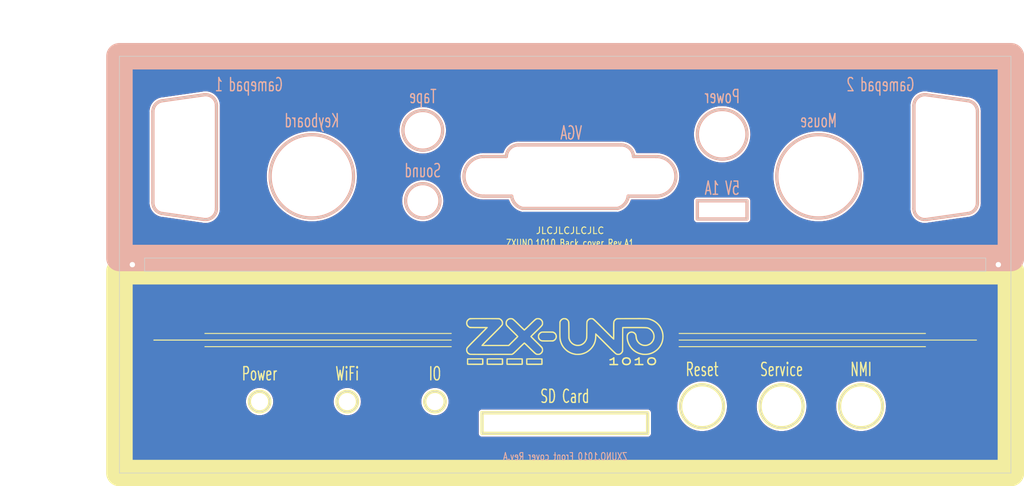
<source format=kicad_pcb>
(kicad_pcb (version 20210424) (generator pcbnew)
  (layers (0 "F.Cu" signal) (31 "B.Cu" signal) (34 "B.Paste" user) (35 "F.Paste" user) (36 "B.SilkS" user "B.Silkscreen") (37 "F.SilkS" user "F.Silkscreen") (38 "B.Mask" user) (39 "F.Mask" user) (44 "Edge.Cuts" user))
  (net 0 "")
  (net 1 "shield")
  (footprint "mygraphic:zxuno_30x7.5" (layer "F.Cu") (at 144.449207 104.6)
    (fp_text reference "G***" hide)
    (fp_text value "LOGO" hide)
  )
  (gr_arc (start 158.217828 79.65) (end 158.217828 82.65) (angle -180) (layer "B.SilkS") (width 0.5))
  (gr_circle (center 168.2 73.3) (end 171.95 73.3) (layer "B.SilkS") (width 0.5) (fill none))
  (gr_line (start 197.14969 84.529483) (end 197.14969 68.970509) (layer "B.SilkS") (width 0.5))
  (gr_arc (start 198.80969 84.529485) (end 197.14969 84.529483) (angle -100) (layer "B.SilkS") (width 0.5))
  (gr_line (start 132.217828 82.65) (end 136.417828 82.65) (layer "B.SilkS") (width 0.5))
  (gr_line (start 132.217828 76.65) (end 135.617828 76.65) (layer "B.SilkS") (width 0.5))
  (gr_line (start 154.017828 82.65) (end 158.217828 82.65) (layer "B.SilkS") (width 0.5))
  (gr_arc (start 152.959522 76.760874) (end 154.817828 76.65) (angle -88.19696796) (layer "B.SilkS") (width 0.5))
  (gr_line (start 154.817828 76.65) (end 158.217828 76.65) (layer "B.SilkS") (width 0.5))
  (gr_line (start 206.74969 83.630215) (end 206.74969 69.869777) (layer "B.SilkS") (width 0.5))
  (gr_line (start 91.85 68.970513) (end 91.85 84.529487) (layer "B.SilkS") (width 0.5))
  (gr_arc (start 90.19 68.970511) (end 91.85 68.970513) (angle -100) (layer "B.SilkS") (width 0.5))
  (gr_rect (start 77.2 61.5) (end 211.8 92) (layer "B.SilkS") (width 4) (fill none))
  (gr_arc (start 138.61029 82.359668) (end 138.053367 84.5) (angle 67.87145488) (layer "B.SilkS") (width 0.5))
  (gr_arc (start 83.91 83.63022) (end 82.25 83.630219) (angle -80) (layer "B.SilkS") (width 0.5))
  (gr_circle (center 182.75 79.65) (end 189.05 79.65) (layer "B.SilkS") (width 0.5) (fill none))
  (gr_arc (start 90.190002 84.529487) (end 91.85 84.529487) (angle 100) (layer "B.SilkS") (width 0.5))
  (gr_arc (start 198.809688 68.970509) (end 197.14969 68.970509) (angle 100) (layer "B.SilkS") (width 0.5))
  (gr_arc (start 151.820677 82.366653) (end 154.017828 82.65) (angle 67.01393943) (layer "B.SilkS") (width 0.5))
  (gr_rect (start 164.45 83.35) (end 171.95 86.1) (layer "B.SilkS") (width 0.5) (fill none))
  (gr_line (start 83.621744 68.235) (end 89.901744 67.335732) (layer "B.SilkS") (width 0.5))
  (gr_line (start 205.377946 85.264996) (end 199.097946 86.164264) (layer "B.SilkS") (width 0.5))
  (gr_arc (start 83.909999 69.869781) (end 82.25 69.869781) (angle 80) (layer "B.SilkS") (width 0.5))
  (gr_line (start 205.377946 68.234996) (end 199.097946 67.335728) (layer "B.SilkS") (width 0.5))
  (gr_arc (start 132.217828 79.65) (end 132.217828 76.65) (angle -180) (layer "B.SilkS") (width 0.5))
  (gr_arc (start 205.089691 83.630215) (end 206.74969 83.630215) (angle 80) (layer "B.SilkS") (width 0.5))
  (gr_line (start 137.492828 74.9) (end 152.907172 74.9) (layer "B.SilkS") (width 0.5))
  (gr_line (start 82.25 69.869781) (end 82.25 83.630219) (layer "B.SilkS") (width 0.5))
  (gr_circle (center 106.25 79.65) (end 112.55 79.65) (layer "B.SilkS") (width 0.5) (fill none))
  (gr_circle (center 123 83.35) (end 125.6 83.35) (layer "B.SilkS") (width 0.5) (fill none))
  (gr_line (start 83.621744 85.265) (end 89.901744 86.164268) (layer "B.SilkS") (width 0.5))
  (gr_line (start 138.053367 84.5) (end 152.417831 84.499999) (layer "B.SilkS") (width 0.5))
  (gr_circle (center 123 72.7) (end 126 72.7) (layer "B.SilkS") (width 0.5) (fill none))
  (gr_arc (start 137.441279 76.724234) (end 137.492828 74.9) (angle -89.28736199) (layer "B.SilkS") (width 0.5))
  (gr_arc (start 205.08969 69.869776) (end 206.74969 69.869777) (angle -80) (layer "B.SilkS") (width 0.5))
  (gr_line (start 161.7 103.4) (end 198.9 103.4) (layer "F.SilkS") (width 0.15))
  (gr_line (start 127.3 103.4) (end 90.1 103.4) (layer "F.SilkS") (width 0.15))
  (gr_rect (start 77.2 94) (end 211.8 124.5) (layer "F.SilkS") (width 4) (fill none))
  (gr_circle (center 189.175 114.4) (end 192.425 114.4) (layer "F.SilkS") (width 0.5) (fill none))
  (gr_circle (center 98.36 113.7) (end 99.91 113.7) (layer "F.SilkS") (width 0.5) (fill none))
  (gr_circle (center 177.175 114.4) (end 180.425 114.4) (layer "F.SilkS") (width 0.5) (fill none))
  (gr_line (start 161.7 105.4) (end 198.9 105.4) (layer "F.SilkS") (width 0.15))
  (gr_circle (center 165.175 114.4) (end 168.425 114.4) (layer "F.SilkS") (width 0.5) (fill none))
  (gr_line (start 161.7 104.4) (end 206.6 104.4) (layer "F.SilkS") (width 0.15))
  (gr_rect (start 131.95 118.5) (end 156.95 115.4) (layer "F.SilkS") (width 0.5) (fill none))
  (gr_line (start 119.6 104.4) (end 82.4 104.4) (layer "F.SilkS") (width 0.15))
  (gr_circle (center 111.6 113.7) (end 113.15 113.7) (layer "F.SilkS") (width 0.5) (fill none))
  (gr_line (start 127.3 105.4) (end 90.1 105.4) (layer "F.SilkS") (width 0.15))
  (gr_circle (center 124.8375 113.7) (end 126.3875 113.7) (layer "F.SilkS") (width 0.5) (fill none))
  (gr_line (start 127.3 104.4) (end 82.4 104.4) (layer "F.SilkS") (width 0.15))
  (gr_arc (start 152.959522 76.760874) (end 154.817828 76.65) (angle -88.19696796) (layer "Edge.Cuts") (width 0.1))
  (gr_line (start 83.621744 85.265) (end 89.901744 86.164268) (layer "Edge.Cuts") (width 0.1))
  (gr_arc (start 151.820677 82.366653) (end 154.017828 82.65) (angle 67.01393943) (layer "Edge.Cuts") (width 0.1))
  (gr_line (start 137.492828 74.9) (end 152.907172 74.9) (layer "Edge.Cuts") (width 0.1))
  (gr_line (start 205.377946 68.234996) (end 199.097946 67.335728) (layer "Edge.Cuts") (width 0.1))
  (gr_circle (center 189.175 114.4) (end 192.425 114.4) (layer "Edge.Cuts") (width 0.1) (fill none))
  (gr_arc (start 158.217828 79.65) (end 158.217828 82.65) (angle -180) (layer "Edge.Cuts") (width 0.1))
  (gr_circle (center 123 83.35) (end 125.6 83.35) (layer "Edge.Cuts") (width 0.1) (fill none))
  (gr_circle (center 106.25 79.65) (end 112.55 79.65) (layer "Edge.Cuts") (width 0.1) (fill none))
  (gr_line (start 132.217828 82.65) (end 136.417828 82.65) (layer "Edge.Cuts") (width 0.1))
  (gr_rect (start 164.45 83.35) (end 171.95 86.1) (layer "Edge.Cuts") (width 0.1) (fill none))
  (gr_arc (start 83.91 83.63022) (end 82.25 83.630219) (angle -80) (layer "Edge.Cuts") (width 0.1))
  (gr_circle (center 124.8375 113.7) (end 126.3875 113.7) (layer "Edge.Cuts") (width 0.1) (fill none))
  (gr_line (start 154.817828 76.65) (end 158.217828 76.65) (layer "Edge.Cuts") (width 0.1))
  (gr_line (start 132.217828 76.65) (end 135.617828 76.65) (layer "Edge.Cuts") (width 0.1))
  (gr_arc (start 83.909999 69.869781) (end 82.25 69.869781) (angle 80) (layer "Edge.Cuts") (width 0.1))
  (gr_line (start 211.8 61.5) (end 211.8 124.5) (layer "Edge.Cuts") (width 0.1))
  (gr_line (start 77.2 124.5) (end 77.2 61.5) (layer "Edge.Cuts") (width 0.1))
  (gr_line (start 197.14969 84.529483) (end 197.14969 68.970509) (layer "Edge.Cuts") (width 0.1))
  (gr_line (start 83.621744 68.235) (end 89.901744 67.335732) (layer "Edge.Cuts") (width 0.1))
  (gr_circle (center 123 72.7) (end 126 72.7) (layer "Edge.Cuts") (width 0.1) (fill none))
  (gr_arc (start 205.08969 69.869776) (end 206.74969 69.869777) (angle -80) (layer "Edge.Cuts") (width 0.1))
  (gr_line (start 77.2 61.5) (end 211.8 61.5) (layer "Edge.Cuts") (width 0.1))
  (gr_circle (center 168.2 73.3) (end 171.95 73.3) (layer "Edge.Cuts") (width 0.1) (fill none))
  (gr_circle (center 177.175 114.4) (end 180.425 114.4) (layer "Edge.Cuts") (width 0.1) (fill none))
  (gr_arc (start 138.61029 82.359668) (end 138.053367 84.5) (angle 67.87145488) (layer "Edge.Cuts") (width 0.1))
  (gr_line (start 205.377946 85.264996) (end 199.097946 86.164264) (layer "Edge.Cuts") (width 0.1))
  (gr_line (start 154.017828 82.65) (end 158.217828 82.65) (layer "Edge.Cuts") (width 0.1))
  (gr_arc (start 198.809688 68.970509) (end 197.14969 68.970509) (angle 100) (layer "Edge.Cuts") (width 0.1))
  (gr_arc (start 90.190002 84.529487) (end 91.85 84.529487) (angle 100) (layer "Edge.Cuts") (width 0.1))
  (gr_circle (center 182.75 79.65) (end 189.05 79.65) (layer "Edge.Cuts") (width 0.1) (fill none))
  (gr_line (start 206.74969 83.630215) (end 206.74969 69.869777) (layer "Edge.Cuts") (width 0.1))
  (gr_line (start 91.85 68.970513) (end 91.85 84.529487) (layer "Edge.Cuts") (width 0.1))
  (gr_arc (start 137.441279 76.724234) (end 137.492828 74.9) (angle -89.28736199) (layer "Edge.Cuts") (width 0.1))
  (gr_line (start 208 92) (end 81 92) (layer "Edge.Cuts") (width 0.1))
  (gr_circle (center 98.36 113.7) (end 99.91 113.7) (layer "Edge.Cuts") (width 0.1) (fill none))
  (gr_line (start 82.25 69.869781) (end 82.25 83.630219) (layer "Edge.Cuts") (width 0.1))
  (gr_line (start 81 94) (end 208 94) (layer "Edge.Cuts") (width 0.1))
  (gr_line (start 211.8 124.5) (end 77.2 124.5) (layer "Edge.Cuts") (width 0.1))
  (gr_line (start 138.053367 84.5) (end 152.417831 84.499999) (layer "Edge.Cuts") (width 0.1))
  (gr_arc (start 132.217828 79.65) (end 132.217828 76.65) (angle -180) (layer "Edge.Cuts") (width 0.1))
  (gr_arc (start 205.089691 83.630215) (end 206.74969 83.630215) (angle 80) (layer "Edge.Cuts") (width 0.1))
  (gr_circle (center 111.6 113.7) (end 113.15 113.7) (layer "Edge.Cuts") (width 0.1) (fill none))
  (gr_arc (start 90.19 68.970511) (end 91.85 68.970513) (angle -100) (layer "Edge.Cuts") (width 0.1))
  (gr_line (start 208 94) (end 208 92) (layer "Edge.Cuts") (width 0.1))
  (gr_arc (start 198.80969 84.529485) (end 197.14969 84.529483) (angle -100) (layer "Edge.Cuts") (width 0.1))
  (gr_circle (center 165.175 114.4) (end 168.425 114.4) (layer "Edge.Cuts") (width 0.1) (fill none))
  (gr_line (start 81 92) (end 81 94) (layer "Edge.Cuts") (width 0.1))
  (gr_rect (start 131.95 118.5) (end 156.95 115.4) (layer "Edge.Cuts") (width 0.1) (fill none))
  (gr_text "Gamepad 1" (at 96.749216 65.8) (layer "B.SilkS") (effects (font (size 2 1.2) (thickness 0.2)) (justify mirror)))
  (gr_text "Gamepad 2" (at 192.1 65.8) (layer "B.SilkS") (effects (font (size 2 1.2) (thickness 0.2)) (justify mirror)))
  (gr_text "Mouse" (at 182.75 71.25) (layer "B.SilkS") (effects (font (size 2 1.2) (thickness 0.2)) (justify mirror)))
  (gr_text "Tape" (at 123 67.6) (layer "B.SilkS") (effects (font (size 2 1.2) (thickness 0.2)) (justify mirror)))
  (gr_text "Sound" (at 123 78.8) (layer "B.SilkS") (effects (font (size 2 1.2) (thickness 0.2)) (justify mirror)))
  (gr_text "Keyboard" (at 106.25 71.25) (layer "B.SilkS") (effects (font (size 2 1.2) (thickness 0.2)) (justify mirror)))
  (gr_text "5V 1A" (at 168.2 81.45) (layer "B.SilkS") (effects (font (size 2 1.2) (thickness 0.2)) (justify mirror)))
  (gr_text "VGA" (at 145.407828 73.1) (layer "B.SilkS") (effects (font (size 2 1.2) (thickness 0.2)) (justify mirror)))
  (gr_text "ZXUNO.1010 Front cover Rev.A" (at 144.5 122) (layer "B.SilkS") (effects (font (size 1.1 0.8) (thickness 0.14)) (justify mirror)))
  (gr_text "Power" (at 168.2 67.6) (layer "B.SilkS") (effects (font (size 2 1.2) (thickness 0.2)) (justify mirror)))
  (gr_text "WiFi" (at 111.6 109.5) (layer "F.SilkS") (effects (font (size 2 1.2) (thickness 0.2))))
  (gr_text "1010" (at 154.7 107.65) (layer "F.SilkS") (effects (font (size 1 2) (thickness 0.22))))
  (gr_text "JLCJLCJLCJLC" (at 145.235599 87.85) (layer "F.SilkS") (effects (font (size 1 1))))
  (gr_text "ZXUNO.1010 Back cover Rev.A1" (at 145.235599 89.75) (layer "F.SilkS") (effects (font (size 1.1 0.8) (thickness 0.14))))
  (gr_text "Reset" (at 165.175 108.85) (layer "F.SilkS") (effects (font (size 2 1.2) (thickness 0.2))))
  (gr_text "Service" (at 177.175 108.85) (layer "F.SilkS") (effects (font (size 2 1.2) (thickness 0.2))))
  (gr_text "IO" (at 124.8375 109.5) (layer "F.SilkS") (effects (font (size 2 1.2) (thickness 0.2))))
  (gr_text "Power" (at 98.36 109.5) (layer "F.SilkS") (effects (font (size 2 1.2) (thickness 0.2))))
  (gr_text "NMI" (at 189.175 108.85) (layer "F.SilkS") (effects (font (size 2 1.2) (thickness 0.2))))
  (gr_text "SD Card" (at 144.45 112.9) (layer "F.SilkS") (effects (font (size 2 1.2) (thickness 0.2))))
  (via (at 79.15 93) (size 1.2) (drill 0.8) (layers "F.Cu" "B.Cu") (net 1))
  (via (at 209.9 93) (size 1.2) (drill 0.8) (layers "F.Cu" "B.Cu") (net 1))
  (zone (net 1) (net_name "shield") (layers F&B.Cu) (connect_pads (clearance 0.508)) (min_thickness 0.254) (fill yes (thermal_gap 0.508) (thermal_bridge_width 0.508) (island_removal_mode 1) (island_area_min 0))
    (polygon (pts (xy 212 124.7) (xy 77 124.7) (xy 77 61.3) (xy 212 61.3)))
  )
)
</source>
